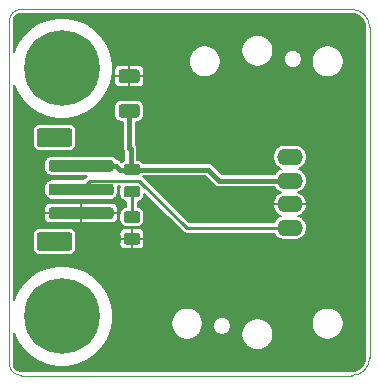
<source format=gbr>
G04 #@! TF.GenerationSoftware,KiCad,Pcbnew,5.1.10*
G04 #@! TF.CreationDate,2021-09-16T01:02:32+02:00*
G04 #@! TF.ProjectId,pressureSensorHolder,70726573-7375-4726-9553-656e736f7248,rev?*
G04 #@! TF.SameCoordinates,Original*
G04 #@! TF.FileFunction,Copper,L2,Bot*
G04 #@! TF.FilePolarity,Positive*
%FSLAX46Y46*%
G04 Gerber Fmt 4.6, Leading zero omitted, Abs format (unit mm)*
G04 Created by KiCad (PCBNEW 5.1.10) date 2021-09-16 01:02:32*
%MOMM*%
%LPD*%
G01*
G04 APERTURE LIST*
G04 #@! TA.AperFunction,Profile*
%ADD10C,0.050000*%
G04 #@! TD*
G04 #@! TA.AperFunction,ComponentPad*
%ADD11O,2.200000X1.400000*%
G04 #@! TD*
G04 #@! TA.AperFunction,ComponentPad*
%ADD12C,0.800000*%
G04 #@! TD*
G04 #@! TA.AperFunction,ComponentPad*
%ADD13C,6.400000*%
G04 #@! TD*
G04 #@! TA.AperFunction,Conductor*
%ADD14C,0.254000*%
G04 #@! TD*
G04 #@! TA.AperFunction,Conductor*
%ADD15C,0.400000*%
G04 #@! TD*
G04 #@! TA.AperFunction,Conductor*
%ADD16C,0.200000*%
G04 #@! TD*
G04 #@! TA.AperFunction,Conductor*
%ADD17C,0.100000*%
G04 #@! TD*
G04 APERTURE END LIST*
D10*
X128942200Y-99157400D02*
G75*
G02*
X127942200Y-98157400I0J1000000D01*
G01*
X127942200Y-69157400D02*
G75*
G02*
X128942200Y-68157400I1000000J0D01*
G01*
X158442200Y-97657400D02*
G75*
G02*
X156942200Y-99157400I-1500000J0D01*
G01*
X156942200Y-68157400D02*
G75*
G02*
X158442200Y-69657400I0J-1500000D01*
G01*
X158442200Y-97657400D02*
X158442200Y-69657400D01*
X128942200Y-99157400D02*
X156942200Y-99157400D01*
X127942200Y-69157400D02*
X127942200Y-98157400D01*
X156942200Y-68157400D02*
X128942200Y-68157400D01*
G04 #@! TA.AperFunction,SMDPad,CuDef*
G36*
G01*
X130514200Y-87009400D02*
X133014200Y-87009400D01*
G75*
G02*
X133264200Y-87259400I0J-250000D01*
G01*
X133264200Y-88359400D01*
G75*
G02*
X133014200Y-88609400I-250000J0D01*
G01*
X130514200Y-88609400D01*
G75*
G02*
X130264200Y-88359400I0J250000D01*
G01*
X130264200Y-87259400D01*
G75*
G02*
X130514200Y-87009400I250000J0D01*
G01*
G37*
G04 #@! TD.AperFunction*
G04 #@! TA.AperFunction,SMDPad,CuDef*
G36*
G01*
X130514200Y-78209400D02*
X133014200Y-78209400D01*
G75*
G02*
X133264200Y-78459400I0J-250000D01*
G01*
X133264200Y-79559400D01*
G75*
G02*
X133014200Y-79809400I-250000J0D01*
G01*
X130514200Y-79809400D01*
G75*
G02*
X130264200Y-79559400I0J250000D01*
G01*
X130264200Y-78459400D01*
G75*
G02*
X130514200Y-78209400I250000J0D01*
G01*
G37*
G04 #@! TD.AperFunction*
G04 #@! TA.AperFunction,SMDPad,CuDef*
G36*
G01*
X131514200Y-84909400D02*
X136514200Y-84909400D01*
G75*
G02*
X136764200Y-85159400I0J-250000D01*
G01*
X136764200Y-85659400D01*
G75*
G02*
X136514200Y-85909400I-250000J0D01*
G01*
X131514200Y-85909400D01*
G75*
G02*
X131264200Y-85659400I0J250000D01*
G01*
X131264200Y-85159400D01*
G75*
G02*
X131514200Y-84909400I250000J0D01*
G01*
G37*
G04 #@! TD.AperFunction*
G04 #@! TA.AperFunction,SMDPad,CuDef*
G36*
G01*
X131514200Y-82909400D02*
X136514200Y-82909400D01*
G75*
G02*
X136764200Y-83159400I0J-250000D01*
G01*
X136764200Y-83659400D01*
G75*
G02*
X136514200Y-83909400I-250000J0D01*
G01*
X131514200Y-83909400D01*
G75*
G02*
X131264200Y-83659400I0J250000D01*
G01*
X131264200Y-83159400D01*
G75*
G02*
X131514200Y-82909400I250000J0D01*
G01*
G37*
G04 #@! TD.AperFunction*
G04 #@! TA.AperFunction,SMDPad,CuDef*
G36*
G01*
X131514200Y-80909400D02*
X136514200Y-80909400D01*
G75*
G02*
X136764200Y-81159400I0J-250000D01*
G01*
X136764200Y-81659400D01*
G75*
G02*
X136514200Y-81909400I-250000J0D01*
G01*
X131514200Y-81909400D01*
G75*
G02*
X131264200Y-81659400I0J250000D01*
G01*
X131264200Y-81159400D01*
G75*
G02*
X131514200Y-80909400I250000J0D01*
G01*
G37*
G04 #@! TD.AperFunction*
G04 #@! TA.AperFunction,SMDPad,CuDef*
G36*
G01*
X137877198Y-87057400D02*
X138777202Y-87057400D01*
G75*
G02*
X139027200Y-87307398I0J-249998D01*
G01*
X139027200Y-87832402D01*
G75*
G02*
X138777202Y-88082400I-249998J0D01*
G01*
X137877198Y-88082400D01*
G75*
G02*
X137627200Y-87832402I0J249998D01*
G01*
X137627200Y-87307398D01*
G75*
G02*
X137877198Y-87057400I249998J0D01*
G01*
G37*
G04 #@! TD.AperFunction*
G04 #@! TA.AperFunction,SMDPad,CuDef*
G36*
G01*
X137877198Y-85232400D02*
X138777202Y-85232400D01*
G75*
G02*
X139027200Y-85482398I0J-249998D01*
G01*
X139027200Y-86007402D01*
G75*
G02*
X138777202Y-86257400I-249998J0D01*
G01*
X137877198Y-86257400D01*
G75*
G02*
X137627200Y-86007402I0J249998D01*
G01*
X137627200Y-85482398D01*
G75*
G02*
X137877198Y-85232400I249998J0D01*
G01*
G37*
G04 #@! TD.AperFunction*
G04 #@! TA.AperFunction,SMDPad,CuDef*
G36*
G01*
X138783450Y-82207400D02*
X137870950Y-82207400D01*
G75*
G02*
X137627200Y-81963650I0J243750D01*
G01*
X137627200Y-81476150D01*
G75*
G02*
X137870950Y-81232400I243750J0D01*
G01*
X138783450Y-81232400D01*
G75*
G02*
X139027200Y-81476150I0J-243750D01*
G01*
X139027200Y-81963650D01*
G75*
G02*
X138783450Y-82207400I-243750J0D01*
G01*
G37*
G04 #@! TD.AperFunction*
G04 #@! TA.AperFunction,SMDPad,CuDef*
G36*
G01*
X138783450Y-84082400D02*
X137870950Y-84082400D01*
G75*
G02*
X137627200Y-83838650I0J243750D01*
G01*
X137627200Y-83351150D01*
G75*
G02*
X137870950Y-83107400I243750J0D01*
G01*
X138783450Y-83107400D01*
G75*
G02*
X139027200Y-83351150I0J-243750D01*
G01*
X139027200Y-83838650D01*
G75*
G02*
X138783450Y-84082400I-243750J0D01*
G01*
G37*
G04 #@! TD.AperFunction*
D11*
X151692200Y-80657400D03*
X151692200Y-82657400D03*
X151692200Y-84657400D03*
X151692200Y-86657400D03*
D12*
X134099256Y-92460344D03*
X132402200Y-91757400D03*
X130705144Y-92460344D03*
X130002200Y-94157400D03*
X130705144Y-95854456D03*
X132402200Y-96557400D03*
X134099256Y-95854456D03*
X134802200Y-94157400D03*
D13*
X132402200Y-94157400D03*
D12*
X134099256Y-71460344D03*
X132402200Y-70757400D03*
X130705144Y-71460344D03*
X130002200Y-73157400D03*
X130705144Y-74854456D03*
X132402200Y-75557400D03*
X134099256Y-74854456D03*
X134802200Y-73157400D03*
D13*
X132402200Y-73157400D03*
G04 #@! TA.AperFunction,SMDPad,CuDef*
G36*
G01*
X138736201Y-74381400D02*
X137436199Y-74381400D01*
G75*
G02*
X137186200Y-74131401I0J249999D01*
G01*
X137186200Y-73481399D01*
G75*
G02*
X137436199Y-73231400I249999J0D01*
G01*
X138736201Y-73231400D01*
G75*
G02*
X138986200Y-73481399I0J-249999D01*
G01*
X138986200Y-74131401D01*
G75*
G02*
X138736201Y-74381400I-249999J0D01*
G01*
G37*
G04 #@! TD.AperFunction*
G04 #@! TA.AperFunction,SMDPad,CuDef*
G36*
G01*
X138736201Y-77331400D02*
X137436199Y-77331400D01*
G75*
G02*
X137186200Y-77081401I0J249999D01*
G01*
X137186200Y-76431399D01*
G75*
G02*
X137436199Y-76181400I249999J0D01*
G01*
X138736201Y-76181400D01*
G75*
G02*
X138986200Y-76431399I0J-249999D01*
G01*
X138986200Y-77081401D01*
G75*
G02*
X138736201Y-77331400I-249999J0D01*
G01*
G37*
G04 #@! TD.AperFunction*
D14*
X142973246Y-86657400D02*
X151692200Y-86657400D01*
X138963246Y-82647400D02*
X142973246Y-86657400D01*
X134776200Y-82647400D02*
X138963246Y-82647400D01*
X134014200Y-83409400D02*
X134776200Y-82647400D01*
D15*
X134014200Y-81409400D02*
X136975200Y-81409400D01*
X137285700Y-81719900D02*
X138327200Y-81719900D01*
X136975200Y-81409400D02*
X137285700Y-81719900D01*
X145692200Y-82657400D02*
X151692200Y-82657400D01*
X144754700Y-81719900D02*
X145692200Y-82657400D01*
X138428700Y-81719900D02*
X144754700Y-81719900D01*
X138213200Y-81504400D02*
X138428700Y-81719900D01*
X138213200Y-79980400D02*
X138213200Y-81504400D01*
X138086200Y-79853400D02*
X138213200Y-79980400D01*
X138086200Y-76678400D02*
X138086200Y-79853400D01*
D14*
X138327200Y-83594900D02*
X138327200Y-85744900D01*
D16*
X157159389Y-68560517D02*
X157368303Y-68623592D01*
X157560989Y-68726045D01*
X157730106Y-68863974D01*
X157869211Y-69032123D01*
X157973007Y-69224088D01*
X158037540Y-69432562D01*
X158062201Y-69667200D01*
X158062200Y-97638820D01*
X158039083Y-97874588D01*
X157976008Y-98083504D01*
X157873555Y-98276189D01*
X157735626Y-98445306D01*
X157567477Y-98584411D01*
X157375512Y-98688207D01*
X157167038Y-98752740D01*
X156932409Y-98777400D01*
X128960781Y-98777400D01*
X128822129Y-98763805D01*
X128706632Y-98728934D01*
X128600106Y-98672294D01*
X128506610Y-98596041D01*
X128429707Y-98503080D01*
X128372325Y-98396953D01*
X128336648Y-98281700D01*
X128322200Y-98144239D01*
X128322200Y-95543852D01*
X128591589Y-96194214D01*
X129062172Y-96898490D01*
X129661110Y-97497428D01*
X130365386Y-97968011D01*
X131147936Y-98292154D01*
X131978687Y-98457400D01*
X132825713Y-98457400D01*
X133656464Y-98292154D01*
X134439014Y-97968011D01*
X135143290Y-97497428D01*
X135742228Y-96898490D01*
X136212811Y-96194214D01*
X136536954Y-95411664D01*
X136693640Y-94623944D01*
X141637200Y-94623944D01*
X141637200Y-94890856D01*
X141689272Y-95152639D01*
X141791415Y-95399233D01*
X141939703Y-95621162D01*
X142128438Y-95809897D01*
X142350367Y-95958185D01*
X142596961Y-96060328D01*
X142858744Y-96112400D01*
X143125656Y-96112400D01*
X143387439Y-96060328D01*
X143634033Y-95958185D01*
X143855962Y-95809897D01*
X144044697Y-95621162D01*
X144192985Y-95399233D01*
X144295128Y-95152639D01*
X144347200Y-94890856D01*
X144347200Y-94883039D01*
X145187200Y-94883039D01*
X145187200Y-95031761D01*
X145216214Y-95177625D01*
X145273128Y-95315027D01*
X145355753Y-95438684D01*
X145460916Y-95543847D01*
X145584573Y-95626472D01*
X145721975Y-95683386D01*
X145867839Y-95712400D01*
X146016561Y-95712400D01*
X146162425Y-95683386D01*
X146299827Y-95626472D01*
X146423484Y-95543847D01*
X146443387Y-95523944D01*
X147587200Y-95523944D01*
X147587200Y-95790856D01*
X147639272Y-96052639D01*
X147741415Y-96299233D01*
X147889703Y-96521162D01*
X148078438Y-96709897D01*
X148300367Y-96858185D01*
X148546961Y-96960328D01*
X148808744Y-97012400D01*
X149075656Y-97012400D01*
X149337439Y-96960328D01*
X149584033Y-96858185D01*
X149805962Y-96709897D01*
X149994697Y-96521162D01*
X150142985Y-96299233D01*
X150245128Y-96052639D01*
X150297200Y-95790856D01*
X150297200Y-95523944D01*
X150245128Y-95262161D01*
X150142985Y-95015567D01*
X149994697Y-94793638D01*
X149825003Y-94623944D01*
X153537200Y-94623944D01*
X153537200Y-94890856D01*
X153589272Y-95152639D01*
X153691415Y-95399233D01*
X153839703Y-95621162D01*
X154028438Y-95809897D01*
X154250367Y-95958185D01*
X154496961Y-96060328D01*
X154758744Y-96112400D01*
X155025656Y-96112400D01*
X155287439Y-96060328D01*
X155534033Y-95958185D01*
X155755962Y-95809897D01*
X155944697Y-95621162D01*
X156092985Y-95399233D01*
X156195128Y-95152639D01*
X156247200Y-94890856D01*
X156247200Y-94623944D01*
X156195128Y-94362161D01*
X156092985Y-94115567D01*
X155944697Y-93893638D01*
X155755962Y-93704903D01*
X155534033Y-93556615D01*
X155287439Y-93454472D01*
X155025656Y-93402400D01*
X154758744Y-93402400D01*
X154496961Y-93454472D01*
X154250367Y-93556615D01*
X154028438Y-93704903D01*
X153839703Y-93893638D01*
X153691415Y-94115567D01*
X153589272Y-94362161D01*
X153537200Y-94623944D01*
X149825003Y-94623944D01*
X149805962Y-94604903D01*
X149584033Y-94456615D01*
X149337439Y-94354472D01*
X149075656Y-94302400D01*
X148808744Y-94302400D01*
X148546961Y-94354472D01*
X148300367Y-94456615D01*
X148078438Y-94604903D01*
X147889703Y-94793638D01*
X147741415Y-95015567D01*
X147639272Y-95262161D01*
X147587200Y-95523944D01*
X146443387Y-95523944D01*
X146528647Y-95438684D01*
X146611272Y-95315027D01*
X146668186Y-95177625D01*
X146697200Y-95031761D01*
X146697200Y-94883039D01*
X146668186Y-94737175D01*
X146611272Y-94599773D01*
X146528647Y-94476116D01*
X146423484Y-94370953D01*
X146299827Y-94288328D01*
X146162425Y-94231414D01*
X146016561Y-94202400D01*
X145867839Y-94202400D01*
X145721975Y-94231414D01*
X145584573Y-94288328D01*
X145460916Y-94370953D01*
X145355753Y-94476116D01*
X145273128Y-94599773D01*
X145216214Y-94737175D01*
X145187200Y-94883039D01*
X144347200Y-94883039D01*
X144347200Y-94623944D01*
X144295128Y-94362161D01*
X144192985Y-94115567D01*
X144044697Y-93893638D01*
X143855962Y-93704903D01*
X143634033Y-93556615D01*
X143387439Y-93454472D01*
X143125656Y-93402400D01*
X142858744Y-93402400D01*
X142596961Y-93454472D01*
X142350367Y-93556615D01*
X142128438Y-93704903D01*
X141939703Y-93893638D01*
X141791415Y-94115567D01*
X141689272Y-94362161D01*
X141637200Y-94623944D01*
X136693640Y-94623944D01*
X136702200Y-94580913D01*
X136702200Y-93733887D01*
X136536954Y-92903136D01*
X136212811Y-92120586D01*
X135742228Y-91416310D01*
X135143290Y-90817372D01*
X134439014Y-90346789D01*
X133656464Y-90022646D01*
X132825713Y-89857400D01*
X131978687Y-89857400D01*
X131147936Y-90022646D01*
X130365386Y-90346789D01*
X129661110Y-90817372D01*
X129062172Y-91416310D01*
X128591589Y-92120586D01*
X128322200Y-92770948D01*
X128322200Y-87259400D01*
X129907483Y-87259400D01*
X129907483Y-88359400D01*
X129919141Y-88477765D01*
X129953667Y-88591581D01*
X130009733Y-88696474D01*
X130085186Y-88788414D01*
X130177126Y-88863867D01*
X130282019Y-88919933D01*
X130395835Y-88954459D01*
X130514200Y-88966117D01*
X133014200Y-88966117D01*
X133132565Y-88954459D01*
X133246381Y-88919933D01*
X133351274Y-88863867D01*
X133443214Y-88788414D01*
X133518667Y-88696474D01*
X133574733Y-88591581D01*
X133609259Y-88477765D01*
X133620917Y-88359400D01*
X133620917Y-88082400D01*
X137270482Y-88082400D01*
X137277336Y-88151992D01*
X137297636Y-88218910D01*
X137330600Y-88280582D01*
X137374962Y-88334638D01*
X137429018Y-88379000D01*
X137490690Y-88411964D01*
X137557608Y-88432264D01*
X137627200Y-88439118D01*
X138233450Y-88437400D01*
X138322200Y-88348650D01*
X138322200Y-87574900D01*
X138332200Y-87574900D01*
X138332200Y-88348650D01*
X138420950Y-88437400D01*
X139027200Y-88439118D01*
X139096792Y-88432264D01*
X139163710Y-88411964D01*
X139225382Y-88379000D01*
X139279438Y-88334638D01*
X139323800Y-88280582D01*
X139356764Y-88218910D01*
X139377064Y-88151992D01*
X139383918Y-88082400D01*
X139382200Y-87663650D01*
X139293450Y-87574900D01*
X138332200Y-87574900D01*
X138322200Y-87574900D01*
X137360950Y-87574900D01*
X137272200Y-87663650D01*
X137270482Y-88082400D01*
X133620917Y-88082400D01*
X133620917Y-87259400D01*
X133609259Y-87141035D01*
X133583889Y-87057400D01*
X137270482Y-87057400D01*
X137272200Y-87476150D01*
X137360950Y-87564900D01*
X138322200Y-87564900D01*
X138322200Y-86791150D01*
X138332200Y-86791150D01*
X138332200Y-87564900D01*
X139293450Y-87564900D01*
X139382200Y-87476150D01*
X139383918Y-87057400D01*
X139377064Y-86987808D01*
X139356764Y-86920890D01*
X139323800Y-86859218D01*
X139279438Y-86805162D01*
X139225382Y-86760800D01*
X139163710Y-86727836D01*
X139096792Y-86707536D01*
X139027200Y-86700682D01*
X138420950Y-86702400D01*
X138332200Y-86791150D01*
X138322200Y-86791150D01*
X138233450Y-86702400D01*
X137627200Y-86700682D01*
X137557608Y-86707536D01*
X137490690Y-86727836D01*
X137429018Y-86760800D01*
X137374962Y-86805162D01*
X137330600Y-86859218D01*
X137297636Y-86920890D01*
X137277336Y-86987808D01*
X137270482Y-87057400D01*
X133583889Y-87057400D01*
X133574733Y-87027219D01*
X133518667Y-86922326D01*
X133443214Y-86830386D01*
X133351274Y-86754933D01*
X133246381Y-86698867D01*
X133132565Y-86664341D01*
X133014200Y-86652683D01*
X130514200Y-86652683D01*
X130395835Y-86664341D01*
X130282019Y-86698867D01*
X130177126Y-86754933D01*
X130085186Y-86830386D01*
X130009733Y-86922326D01*
X129953667Y-87027219D01*
X129919141Y-87141035D01*
X129907483Y-87259400D01*
X128322200Y-87259400D01*
X128322200Y-85909400D01*
X130907482Y-85909400D01*
X130914336Y-85978992D01*
X130934636Y-86045910D01*
X130967600Y-86107582D01*
X131011962Y-86161638D01*
X131066018Y-86206000D01*
X131127690Y-86238964D01*
X131194608Y-86259264D01*
X131264200Y-86266118D01*
X133920450Y-86264400D01*
X134009200Y-86175650D01*
X134009200Y-85414400D01*
X134019200Y-85414400D01*
X134019200Y-86175650D01*
X134107950Y-86264400D01*
X136764200Y-86266118D01*
X136833792Y-86259264D01*
X136900710Y-86238964D01*
X136962382Y-86206000D01*
X137016438Y-86161638D01*
X137060800Y-86107582D01*
X137093764Y-86045910D01*
X137114064Y-85978992D01*
X137120918Y-85909400D01*
X137119200Y-85503150D01*
X137030450Y-85414400D01*
X134019200Y-85414400D01*
X134009200Y-85414400D01*
X130997950Y-85414400D01*
X130909200Y-85503150D01*
X130907482Y-85909400D01*
X128322200Y-85909400D01*
X128322200Y-84909400D01*
X130907482Y-84909400D01*
X130909200Y-85315650D01*
X130997950Y-85404400D01*
X134009200Y-85404400D01*
X134009200Y-84643150D01*
X134019200Y-84643150D01*
X134019200Y-85404400D01*
X137030450Y-85404400D01*
X137119200Y-85315650D01*
X137120918Y-84909400D01*
X137114064Y-84839808D01*
X137093764Y-84772890D01*
X137060800Y-84711218D01*
X137016438Y-84657162D01*
X136962382Y-84612800D01*
X136900710Y-84579836D01*
X136833792Y-84559536D01*
X136764200Y-84552682D01*
X134107950Y-84554400D01*
X134019200Y-84643150D01*
X134009200Y-84643150D01*
X133920450Y-84554400D01*
X131264200Y-84552682D01*
X131194608Y-84559536D01*
X131127690Y-84579836D01*
X131066018Y-84612800D01*
X131011962Y-84657162D01*
X130967600Y-84711218D01*
X130934636Y-84772890D01*
X130914336Y-84839808D01*
X130907482Y-84909400D01*
X128322200Y-84909400D01*
X128322200Y-81159400D01*
X130907483Y-81159400D01*
X130907483Y-81659400D01*
X130919141Y-81777765D01*
X130953667Y-81891581D01*
X131009733Y-81996474D01*
X131085186Y-82088414D01*
X131177126Y-82163867D01*
X131282019Y-82219933D01*
X131395835Y-82254459D01*
X131514200Y-82266117D01*
X134481014Y-82266117D01*
X134452117Y-82289832D01*
X134452112Y-82289837D01*
X134433726Y-82304926D01*
X134418637Y-82323312D01*
X134189266Y-82552683D01*
X131514200Y-82552683D01*
X131395835Y-82564341D01*
X131282019Y-82598867D01*
X131177126Y-82654933D01*
X131085186Y-82730386D01*
X131009733Y-82822326D01*
X130953667Y-82927219D01*
X130919141Y-83041035D01*
X130907483Y-83159400D01*
X130907483Y-83659400D01*
X130919141Y-83777765D01*
X130953667Y-83891581D01*
X131009733Y-83996474D01*
X131085186Y-84088414D01*
X131177126Y-84163867D01*
X131282019Y-84219933D01*
X131395835Y-84254459D01*
X131514200Y-84266117D01*
X136514200Y-84266117D01*
X136632565Y-84254459D01*
X136746381Y-84219933D01*
X136851274Y-84163867D01*
X136943214Y-84088414D01*
X137018667Y-83996474D01*
X137074733Y-83891581D01*
X137109259Y-83777765D01*
X137120917Y-83659400D01*
X137120917Y-83159400D01*
X137117962Y-83129400D01*
X137313752Y-83129400D01*
X137282021Y-83234005D01*
X137270483Y-83351150D01*
X137270483Y-83838650D01*
X137282021Y-83955795D01*
X137316191Y-84068439D01*
X137371680Y-84172252D01*
X137446356Y-84263244D01*
X137537348Y-84337920D01*
X137641161Y-84393409D01*
X137753805Y-84427579D01*
X137845200Y-84436581D01*
X137845201Y-84878835D01*
X137758834Y-84887341D01*
X137645018Y-84921866D01*
X137540125Y-84977933D01*
X137448186Y-85053386D01*
X137372733Y-85145325D01*
X137316666Y-85250218D01*
X137282141Y-85364034D01*
X137270483Y-85482398D01*
X137270483Y-86007402D01*
X137282141Y-86125766D01*
X137316666Y-86239582D01*
X137372733Y-86344475D01*
X137448186Y-86436414D01*
X137540125Y-86511867D01*
X137645018Y-86567934D01*
X137758834Y-86602459D01*
X137877198Y-86614117D01*
X138777202Y-86614117D01*
X138895566Y-86602459D01*
X139009382Y-86567934D01*
X139114275Y-86511867D01*
X139206214Y-86436414D01*
X139281667Y-86344475D01*
X139337734Y-86239582D01*
X139372259Y-86125766D01*
X139383917Y-86007402D01*
X139383917Y-85482398D01*
X139372259Y-85364034D01*
X139337734Y-85250218D01*
X139281667Y-85145325D01*
X139206214Y-85053386D01*
X139114275Y-84977933D01*
X139009382Y-84921866D01*
X138895566Y-84887341D01*
X138809200Y-84878835D01*
X138809200Y-84436581D01*
X138900595Y-84427579D01*
X139013239Y-84393409D01*
X139117052Y-84337920D01*
X139208044Y-84263244D01*
X139282720Y-84172252D01*
X139338209Y-84068439D01*
X139372379Y-83955795D01*
X139383917Y-83838650D01*
X139383917Y-83749721D01*
X142615683Y-86981488D01*
X142630772Y-86999874D01*
X142649158Y-87014963D01*
X142649163Y-87014968D01*
X142704164Y-87060106D01*
X142704166Y-87060107D01*
X142787900Y-87104864D01*
X142878758Y-87132426D01*
X142949568Y-87139400D01*
X142949580Y-87139400D01*
X142973245Y-87141731D01*
X142996910Y-87139400D01*
X150353584Y-87139400D01*
X150410756Y-87246362D01*
X150542593Y-87407007D01*
X150703238Y-87538844D01*
X150886516Y-87636808D01*
X151085384Y-87697134D01*
X151240379Y-87712400D01*
X152144021Y-87712400D01*
X152299016Y-87697134D01*
X152497884Y-87636808D01*
X152681162Y-87538844D01*
X152841807Y-87407007D01*
X152973644Y-87246362D01*
X153071608Y-87063084D01*
X153131934Y-86864216D01*
X153152304Y-86657400D01*
X153131934Y-86450584D01*
X153071608Y-86251716D01*
X152973644Y-86068438D01*
X152841807Y-85907793D01*
X152681162Y-85775956D01*
X152497884Y-85677992D01*
X152421088Y-85654696D01*
X152500550Y-85630180D01*
X152682484Y-85531823D01*
X152841733Y-85399863D01*
X152972178Y-85239370D01*
X153068806Y-85056512D01*
X153127904Y-84858317D01*
X153133417Y-84827375D01*
X153058437Y-84662400D01*
X151697200Y-84662400D01*
X151697200Y-84682400D01*
X151687200Y-84682400D01*
X151687200Y-84662400D01*
X150325963Y-84662400D01*
X150250983Y-84827375D01*
X150256496Y-84858317D01*
X150315594Y-85056512D01*
X150412222Y-85239370D01*
X150542667Y-85399863D01*
X150701916Y-85531823D01*
X150883850Y-85630180D01*
X150963312Y-85654696D01*
X150886516Y-85677992D01*
X150703238Y-85775956D01*
X150542593Y-85907793D01*
X150410756Y-86068438D01*
X150353584Y-86175400D01*
X143172897Y-86175400D01*
X139320814Y-82323318D01*
X139305720Y-82304926D01*
X139287328Y-82289832D01*
X139286882Y-82289466D01*
X139294667Y-82274900D01*
X144524813Y-82274900D01*
X145280476Y-83030564D01*
X145297857Y-83051743D01*
X145382367Y-83121098D01*
X145478783Y-83172634D01*
X145583401Y-83204369D01*
X145664939Y-83212400D01*
X145664941Y-83212400D01*
X145692199Y-83215085D01*
X145719457Y-83212400D01*
X150392603Y-83212400D01*
X150410756Y-83246362D01*
X150542593Y-83407007D01*
X150703238Y-83538844D01*
X150886516Y-83636808D01*
X150963312Y-83660104D01*
X150883850Y-83684620D01*
X150701916Y-83782977D01*
X150542667Y-83914937D01*
X150412222Y-84075430D01*
X150315594Y-84258288D01*
X150256496Y-84456483D01*
X150250983Y-84487425D01*
X150325963Y-84652400D01*
X151687200Y-84652400D01*
X151687200Y-84632400D01*
X151697200Y-84632400D01*
X151697200Y-84652400D01*
X153058437Y-84652400D01*
X153133417Y-84487425D01*
X153127904Y-84456483D01*
X153068806Y-84258288D01*
X152972178Y-84075430D01*
X152841733Y-83914937D01*
X152682484Y-83782977D01*
X152500550Y-83684620D01*
X152421088Y-83660104D01*
X152497884Y-83636808D01*
X152681162Y-83538844D01*
X152841807Y-83407007D01*
X152973644Y-83246362D01*
X153071608Y-83063084D01*
X153131934Y-82864216D01*
X153152304Y-82657400D01*
X153131934Y-82450584D01*
X153071608Y-82251716D01*
X152973644Y-82068438D01*
X152841807Y-81907793D01*
X152681162Y-81775956D01*
X152497884Y-81677992D01*
X152430001Y-81657400D01*
X152497884Y-81636808D01*
X152681162Y-81538844D01*
X152841807Y-81407007D01*
X152973644Y-81246362D01*
X153071608Y-81063084D01*
X153131934Y-80864216D01*
X153152304Y-80657400D01*
X153131934Y-80450584D01*
X153071608Y-80251716D01*
X152973644Y-80068438D01*
X152841807Y-79907793D01*
X152681162Y-79775956D01*
X152497884Y-79677992D01*
X152299016Y-79617666D01*
X152144021Y-79602400D01*
X151240379Y-79602400D01*
X151085384Y-79617666D01*
X150886516Y-79677992D01*
X150703238Y-79775956D01*
X150542593Y-79907793D01*
X150410756Y-80068438D01*
X150312792Y-80251716D01*
X150252466Y-80450584D01*
X150232096Y-80657400D01*
X150252466Y-80864216D01*
X150312792Y-81063084D01*
X150410756Y-81246362D01*
X150542593Y-81407007D01*
X150703238Y-81538844D01*
X150886516Y-81636808D01*
X150954399Y-81657400D01*
X150886516Y-81677992D01*
X150703238Y-81775956D01*
X150542593Y-81907793D01*
X150410756Y-82068438D01*
X150392603Y-82102400D01*
X145922088Y-82102400D01*
X145166428Y-81346741D01*
X145149043Y-81325557D01*
X145064533Y-81256202D01*
X144968117Y-81204666D01*
X144863499Y-81172931D01*
X144781961Y-81164900D01*
X144781960Y-81164900D01*
X144754700Y-81162215D01*
X144727440Y-81164900D01*
X139294667Y-81164900D01*
X139282720Y-81142548D01*
X139208044Y-81051556D01*
X139117052Y-80976880D01*
X139013239Y-80921391D01*
X138900595Y-80887221D01*
X138783450Y-80875683D01*
X138768200Y-80875683D01*
X138768200Y-80007657D01*
X138770885Y-79980399D01*
X138768200Y-79953139D01*
X138760169Y-79871601D01*
X138728434Y-79766983D01*
X138676898Y-79670567D01*
X138641200Y-79627069D01*
X138641200Y-77688117D01*
X138736201Y-77688117D01*
X138854565Y-77676459D01*
X138968381Y-77641933D01*
X139073274Y-77585867D01*
X139165214Y-77510414D01*
X139240667Y-77418474D01*
X139296733Y-77313581D01*
X139331259Y-77199765D01*
X139342917Y-77081401D01*
X139342917Y-76431399D01*
X139331259Y-76313035D01*
X139296733Y-76199219D01*
X139240667Y-76094326D01*
X139165214Y-76002386D01*
X139073274Y-75926933D01*
X138968381Y-75870867D01*
X138854565Y-75836341D01*
X138736201Y-75824683D01*
X137436199Y-75824683D01*
X137317835Y-75836341D01*
X137204019Y-75870867D01*
X137099126Y-75926933D01*
X137007186Y-76002386D01*
X136931733Y-76094326D01*
X136875667Y-76199219D01*
X136841141Y-76313035D01*
X136829483Y-76431399D01*
X136829483Y-77081401D01*
X136841141Y-77199765D01*
X136875667Y-77313581D01*
X136931733Y-77418474D01*
X137007186Y-77510414D01*
X137099126Y-77585867D01*
X137204019Y-77641933D01*
X137317835Y-77676459D01*
X137436199Y-77688117D01*
X137531200Y-77688117D01*
X137531201Y-79826130D01*
X137528515Y-79853400D01*
X137539231Y-79962198D01*
X137570966Y-80066816D01*
X137570967Y-80066817D01*
X137622503Y-80163233D01*
X137658200Y-80206730D01*
X137658201Y-80916222D01*
X137641161Y-80921391D01*
X137537348Y-80976880D01*
X137446356Y-81051556D01*
X137426472Y-81075785D01*
X137386928Y-81036241D01*
X137369543Y-81015057D01*
X137285033Y-80945702D01*
X137188617Y-80894166D01*
X137083999Y-80862431D01*
X137037664Y-80857867D01*
X137018667Y-80822326D01*
X136943214Y-80730386D01*
X136851274Y-80654933D01*
X136746381Y-80598867D01*
X136632565Y-80564341D01*
X136514200Y-80552683D01*
X131514200Y-80552683D01*
X131395835Y-80564341D01*
X131282019Y-80598867D01*
X131177126Y-80654933D01*
X131085186Y-80730386D01*
X131009733Y-80822326D01*
X130953667Y-80927219D01*
X130919141Y-81041035D01*
X130907483Y-81159400D01*
X128322200Y-81159400D01*
X128322200Y-78459400D01*
X129907483Y-78459400D01*
X129907483Y-79559400D01*
X129919141Y-79677765D01*
X129953667Y-79791581D01*
X130009733Y-79896474D01*
X130085186Y-79988414D01*
X130177126Y-80063867D01*
X130282019Y-80119933D01*
X130395835Y-80154459D01*
X130514200Y-80166117D01*
X133014200Y-80166117D01*
X133132565Y-80154459D01*
X133246381Y-80119933D01*
X133351274Y-80063867D01*
X133443214Y-79988414D01*
X133518667Y-79896474D01*
X133574733Y-79791581D01*
X133609259Y-79677765D01*
X133620917Y-79559400D01*
X133620917Y-78459400D01*
X133609259Y-78341035D01*
X133574733Y-78227219D01*
X133518667Y-78122326D01*
X133443214Y-78030386D01*
X133351274Y-77954933D01*
X133246381Y-77898867D01*
X133132565Y-77864341D01*
X133014200Y-77852683D01*
X130514200Y-77852683D01*
X130395835Y-77864341D01*
X130282019Y-77898867D01*
X130177126Y-77954933D01*
X130085186Y-78030386D01*
X130009733Y-78122326D01*
X129953667Y-78227219D01*
X129919141Y-78341035D01*
X129907483Y-78459400D01*
X128322200Y-78459400D01*
X128322200Y-74543852D01*
X128591589Y-75194214D01*
X129062172Y-75898490D01*
X129661110Y-76497428D01*
X130365386Y-76968011D01*
X131147936Y-77292154D01*
X131978687Y-77457400D01*
X132825713Y-77457400D01*
X133656464Y-77292154D01*
X134439014Y-76968011D01*
X135143290Y-76497428D01*
X135742228Y-75898490D01*
X136212811Y-75194214D01*
X136536954Y-74411664D01*
X136542973Y-74381400D01*
X136829482Y-74381400D01*
X136836336Y-74450992D01*
X136856636Y-74517910D01*
X136889600Y-74579582D01*
X136933962Y-74633638D01*
X136988018Y-74678000D01*
X137049690Y-74710964D01*
X137116608Y-74731264D01*
X137186200Y-74738118D01*
X137992450Y-74736400D01*
X138081200Y-74647650D01*
X138081200Y-73811400D01*
X138091200Y-73811400D01*
X138091200Y-74647650D01*
X138179950Y-74736400D01*
X138986200Y-74738118D01*
X139055792Y-74731264D01*
X139122710Y-74710964D01*
X139184382Y-74678000D01*
X139238438Y-74633638D01*
X139282800Y-74579582D01*
X139315764Y-74517910D01*
X139336064Y-74450992D01*
X139342918Y-74381400D01*
X139341200Y-73900150D01*
X139252450Y-73811400D01*
X138091200Y-73811400D01*
X138081200Y-73811400D01*
X136919950Y-73811400D01*
X136831200Y-73900150D01*
X136829482Y-74381400D01*
X136542973Y-74381400D01*
X136702200Y-73580913D01*
X136702200Y-73231400D01*
X136829482Y-73231400D01*
X136831200Y-73712650D01*
X136919950Y-73801400D01*
X138081200Y-73801400D01*
X138081200Y-72965150D01*
X138091200Y-72965150D01*
X138091200Y-73801400D01*
X139252450Y-73801400D01*
X139341200Y-73712650D01*
X139342918Y-73231400D01*
X139336064Y-73161808D01*
X139315764Y-73094890D01*
X139282800Y-73033218D01*
X139238438Y-72979162D01*
X139184382Y-72934800D01*
X139122710Y-72901836D01*
X139055792Y-72881536D01*
X138986200Y-72874682D01*
X138179950Y-72876400D01*
X138091200Y-72965150D01*
X138081200Y-72965150D01*
X137992450Y-72876400D01*
X137186200Y-72874682D01*
X137116608Y-72881536D01*
X137049690Y-72901836D01*
X136988018Y-72934800D01*
X136933962Y-72979162D01*
X136889600Y-73033218D01*
X136856636Y-73094890D01*
X136836336Y-73161808D01*
X136829482Y-73231400D01*
X136702200Y-73231400D01*
X136702200Y-72733887D01*
X136640549Y-72423944D01*
X143137200Y-72423944D01*
X143137200Y-72690856D01*
X143189272Y-72952639D01*
X143291415Y-73199233D01*
X143439703Y-73421162D01*
X143628438Y-73609897D01*
X143850367Y-73758185D01*
X144096961Y-73860328D01*
X144358744Y-73912400D01*
X144625656Y-73912400D01*
X144887439Y-73860328D01*
X145134033Y-73758185D01*
X145355962Y-73609897D01*
X145544697Y-73421162D01*
X145692985Y-73199233D01*
X145795128Y-72952639D01*
X145847200Y-72690856D01*
X145847200Y-72423944D01*
X145795128Y-72162161D01*
X145692985Y-71915567D01*
X145544697Y-71693638D01*
X145375003Y-71523944D01*
X147587200Y-71523944D01*
X147587200Y-71790856D01*
X147639272Y-72052639D01*
X147741415Y-72299233D01*
X147889703Y-72521162D01*
X148078438Y-72709897D01*
X148300367Y-72858185D01*
X148546961Y-72960328D01*
X148808744Y-73012400D01*
X149075656Y-73012400D01*
X149337439Y-72960328D01*
X149584033Y-72858185D01*
X149805962Y-72709897D01*
X149994697Y-72521162D01*
X150142985Y-72299233D01*
X150149692Y-72283039D01*
X151187200Y-72283039D01*
X151187200Y-72431761D01*
X151216214Y-72577625D01*
X151273128Y-72715027D01*
X151355753Y-72838684D01*
X151460916Y-72943847D01*
X151584573Y-73026472D01*
X151721975Y-73083386D01*
X151867839Y-73112400D01*
X152016561Y-73112400D01*
X152162425Y-73083386D01*
X152299827Y-73026472D01*
X152423484Y-72943847D01*
X152528647Y-72838684D01*
X152611272Y-72715027D01*
X152668186Y-72577625D01*
X152697200Y-72431761D01*
X152697200Y-72423944D01*
X153537200Y-72423944D01*
X153537200Y-72690856D01*
X153589272Y-72952639D01*
X153691415Y-73199233D01*
X153839703Y-73421162D01*
X154028438Y-73609897D01*
X154250367Y-73758185D01*
X154496961Y-73860328D01*
X154758744Y-73912400D01*
X155025656Y-73912400D01*
X155287439Y-73860328D01*
X155534033Y-73758185D01*
X155755962Y-73609897D01*
X155944697Y-73421162D01*
X156092985Y-73199233D01*
X156195128Y-72952639D01*
X156247200Y-72690856D01*
X156247200Y-72423944D01*
X156195128Y-72162161D01*
X156092985Y-71915567D01*
X155944697Y-71693638D01*
X155755962Y-71504903D01*
X155534033Y-71356615D01*
X155287439Y-71254472D01*
X155025656Y-71202400D01*
X154758744Y-71202400D01*
X154496961Y-71254472D01*
X154250367Y-71356615D01*
X154028438Y-71504903D01*
X153839703Y-71693638D01*
X153691415Y-71915567D01*
X153589272Y-72162161D01*
X153537200Y-72423944D01*
X152697200Y-72423944D01*
X152697200Y-72283039D01*
X152668186Y-72137175D01*
X152611272Y-71999773D01*
X152528647Y-71876116D01*
X152423484Y-71770953D01*
X152299827Y-71688328D01*
X152162425Y-71631414D01*
X152016561Y-71602400D01*
X151867839Y-71602400D01*
X151721975Y-71631414D01*
X151584573Y-71688328D01*
X151460916Y-71770953D01*
X151355753Y-71876116D01*
X151273128Y-71999773D01*
X151216214Y-72137175D01*
X151187200Y-72283039D01*
X150149692Y-72283039D01*
X150245128Y-72052639D01*
X150297200Y-71790856D01*
X150297200Y-71523944D01*
X150245128Y-71262161D01*
X150142985Y-71015567D01*
X149994697Y-70793638D01*
X149805962Y-70604903D01*
X149584033Y-70456615D01*
X149337439Y-70354472D01*
X149075656Y-70302400D01*
X148808744Y-70302400D01*
X148546961Y-70354472D01*
X148300367Y-70456615D01*
X148078438Y-70604903D01*
X147889703Y-70793638D01*
X147741415Y-71015567D01*
X147639272Y-71262161D01*
X147587200Y-71523944D01*
X145375003Y-71523944D01*
X145355962Y-71504903D01*
X145134033Y-71356615D01*
X144887439Y-71254472D01*
X144625656Y-71202400D01*
X144358744Y-71202400D01*
X144096961Y-71254472D01*
X143850367Y-71356615D01*
X143628438Y-71504903D01*
X143439703Y-71693638D01*
X143291415Y-71915567D01*
X143189272Y-72162161D01*
X143137200Y-72423944D01*
X136640549Y-72423944D01*
X136536954Y-71903136D01*
X136212811Y-71120586D01*
X135742228Y-70416310D01*
X135143290Y-69817372D01*
X134439014Y-69346789D01*
X133656464Y-69022646D01*
X132825713Y-68857400D01*
X131978687Y-68857400D01*
X131147936Y-69022646D01*
X130365386Y-69346789D01*
X129661110Y-69817372D01*
X129062172Y-70416310D01*
X128591589Y-71120586D01*
X128322200Y-71770948D01*
X128322200Y-69175982D01*
X128335795Y-69037330D01*
X128370668Y-68921828D01*
X128427306Y-68815306D01*
X128503558Y-68721812D01*
X128596518Y-68644908D01*
X128702645Y-68587526D01*
X128817900Y-68551848D01*
X128955361Y-68537400D01*
X156923620Y-68537400D01*
X157159389Y-68560517D01*
G04 #@! TA.AperFunction,Conductor*
D17*
G36*
X157159389Y-68560517D02*
G01*
X157368303Y-68623592D01*
X157560989Y-68726045D01*
X157730106Y-68863974D01*
X157869211Y-69032123D01*
X157973007Y-69224088D01*
X158037540Y-69432562D01*
X158062201Y-69667200D01*
X158062200Y-97638820D01*
X158039083Y-97874588D01*
X157976008Y-98083504D01*
X157873555Y-98276189D01*
X157735626Y-98445306D01*
X157567477Y-98584411D01*
X157375512Y-98688207D01*
X157167038Y-98752740D01*
X156932409Y-98777400D01*
X128960781Y-98777400D01*
X128822129Y-98763805D01*
X128706632Y-98728934D01*
X128600106Y-98672294D01*
X128506610Y-98596041D01*
X128429707Y-98503080D01*
X128372325Y-98396953D01*
X128336648Y-98281700D01*
X128322200Y-98144239D01*
X128322200Y-95543852D01*
X128591589Y-96194214D01*
X129062172Y-96898490D01*
X129661110Y-97497428D01*
X130365386Y-97968011D01*
X131147936Y-98292154D01*
X131978687Y-98457400D01*
X132825713Y-98457400D01*
X133656464Y-98292154D01*
X134439014Y-97968011D01*
X135143290Y-97497428D01*
X135742228Y-96898490D01*
X136212811Y-96194214D01*
X136536954Y-95411664D01*
X136693640Y-94623944D01*
X141637200Y-94623944D01*
X141637200Y-94890856D01*
X141689272Y-95152639D01*
X141791415Y-95399233D01*
X141939703Y-95621162D01*
X142128438Y-95809897D01*
X142350367Y-95958185D01*
X142596961Y-96060328D01*
X142858744Y-96112400D01*
X143125656Y-96112400D01*
X143387439Y-96060328D01*
X143634033Y-95958185D01*
X143855962Y-95809897D01*
X144044697Y-95621162D01*
X144192985Y-95399233D01*
X144295128Y-95152639D01*
X144347200Y-94890856D01*
X144347200Y-94883039D01*
X145187200Y-94883039D01*
X145187200Y-95031761D01*
X145216214Y-95177625D01*
X145273128Y-95315027D01*
X145355753Y-95438684D01*
X145460916Y-95543847D01*
X145584573Y-95626472D01*
X145721975Y-95683386D01*
X145867839Y-95712400D01*
X146016561Y-95712400D01*
X146162425Y-95683386D01*
X146299827Y-95626472D01*
X146423484Y-95543847D01*
X146443387Y-95523944D01*
X147587200Y-95523944D01*
X147587200Y-95790856D01*
X147639272Y-96052639D01*
X147741415Y-96299233D01*
X147889703Y-96521162D01*
X148078438Y-96709897D01*
X148300367Y-96858185D01*
X148546961Y-96960328D01*
X148808744Y-97012400D01*
X149075656Y-97012400D01*
X149337439Y-96960328D01*
X149584033Y-96858185D01*
X149805962Y-96709897D01*
X149994697Y-96521162D01*
X150142985Y-96299233D01*
X150245128Y-96052639D01*
X150297200Y-95790856D01*
X150297200Y-95523944D01*
X150245128Y-95262161D01*
X150142985Y-95015567D01*
X149994697Y-94793638D01*
X149825003Y-94623944D01*
X153537200Y-94623944D01*
X153537200Y-94890856D01*
X153589272Y-95152639D01*
X153691415Y-95399233D01*
X153839703Y-95621162D01*
X154028438Y-95809897D01*
X154250367Y-95958185D01*
X154496961Y-96060328D01*
X154758744Y-96112400D01*
X155025656Y-96112400D01*
X155287439Y-96060328D01*
X155534033Y-95958185D01*
X155755962Y-95809897D01*
X155944697Y-95621162D01*
X156092985Y-95399233D01*
X156195128Y-95152639D01*
X156247200Y-94890856D01*
X156247200Y-94623944D01*
X156195128Y-94362161D01*
X156092985Y-94115567D01*
X155944697Y-93893638D01*
X155755962Y-93704903D01*
X155534033Y-93556615D01*
X155287439Y-93454472D01*
X155025656Y-93402400D01*
X154758744Y-93402400D01*
X154496961Y-93454472D01*
X154250367Y-93556615D01*
X154028438Y-93704903D01*
X153839703Y-93893638D01*
X153691415Y-94115567D01*
X153589272Y-94362161D01*
X153537200Y-94623944D01*
X149825003Y-94623944D01*
X149805962Y-94604903D01*
X149584033Y-94456615D01*
X149337439Y-94354472D01*
X149075656Y-94302400D01*
X148808744Y-94302400D01*
X148546961Y-94354472D01*
X148300367Y-94456615D01*
X148078438Y-94604903D01*
X147889703Y-94793638D01*
X147741415Y-95015567D01*
X147639272Y-95262161D01*
X147587200Y-95523944D01*
X146443387Y-95523944D01*
X146528647Y-95438684D01*
X146611272Y-95315027D01*
X146668186Y-95177625D01*
X146697200Y-95031761D01*
X146697200Y-94883039D01*
X146668186Y-94737175D01*
X146611272Y-94599773D01*
X146528647Y-94476116D01*
X146423484Y-94370953D01*
X146299827Y-94288328D01*
X146162425Y-94231414D01*
X146016561Y-94202400D01*
X145867839Y-94202400D01*
X145721975Y-94231414D01*
X145584573Y-94288328D01*
X145460916Y-94370953D01*
X145355753Y-94476116D01*
X145273128Y-94599773D01*
X145216214Y-94737175D01*
X145187200Y-94883039D01*
X144347200Y-94883039D01*
X144347200Y-94623944D01*
X144295128Y-94362161D01*
X144192985Y-94115567D01*
X144044697Y-93893638D01*
X143855962Y-93704903D01*
X143634033Y-93556615D01*
X143387439Y-93454472D01*
X143125656Y-93402400D01*
X142858744Y-93402400D01*
X142596961Y-93454472D01*
X142350367Y-93556615D01*
X142128438Y-93704903D01*
X141939703Y-93893638D01*
X141791415Y-94115567D01*
X141689272Y-94362161D01*
X141637200Y-94623944D01*
X136693640Y-94623944D01*
X136702200Y-94580913D01*
X136702200Y-93733887D01*
X136536954Y-92903136D01*
X136212811Y-92120586D01*
X135742228Y-91416310D01*
X135143290Y-90817372D01*
X134439014Y-90346789D01*
X133656464Y-90022646D01*
X132825713Y-89857400D01*
X131978687Y-89857400D01*
X131147936Y-90022646D01*
X130365386Y-90346789D01*
X129661110Y-90817372D01*
X129062172Y-91416310D01*
X128591589Y-92120586D01*
X128322200Y-92770948D01*
X128322200Y-87259400D01*
X129907483Y-87259400D01*
X129907483Y-88359400D01*
X129919141Y-88477765D01*
X129953667Y-88591581D01*
X130009733Y-88696474D01*
X130085186Y-88788414D01*
X130177126Y-88863867D01*
X130282019Y-88919933D01*
X130395835Y-88954459D01*
X130514200Y-88966117D01*
X133014200Y-88966117D01*
X133132565Y-88954459D01*
X133246381Y-88919933D01*
X133351274Y-88863867D01*
X133443214Y-88788414D01*
X133518667Y-88696474D01*
X133574733Y-88591581D01*
X133609259Y-88477765D01*
X133620917Y-88359400D01*
X133620917Y-88082400D01*
X137270482Y-88082400D01*
X137277336Y-88151992D01*
X137297636Y-88218910D01*
X137330600Y-88280582D01*
X137374962Y-88334638D01*
X137429018Y-88379000D01*
X137490690Y-88411964D01*
X137557608Y-88432264D01*
X137627200Y-88439118D01*
X138233450Y-88437400D01*
X138322200Y-88348650D01*
X138322200Y-87574900D01*
X138332200Y-87574900D01*
X138332200Y-88348650D01*
X138420950Y-88437400D01*
X139027200Y-88439118D01*
X139096792Y-88432264D01*
X139163710Y-88411964D01*
X139225382Y-88379000D01*
X139279438Y-88334638D01*
X139323800Y-88280582D01*
X139356764Y-88218910D01*
X139377064Y-88151992D01*
X139383918Y-88082400D01*
X139382200Y-87663650D01*
X139293450Y-87574900D01*
X138332200Y-87574900D01*
X138322200Y-87574900D01*
X137360950Y-87574900D01*
X137272200Y-87663650D01*
X137270482Y-88082400D01*
X133620917Y-88082400D01*
X133620917Y-87259400D01*
X133609259Y-87141035D01*
X133583889Y-87057400D01*
X137270482Y-87057400D01*
X137272200Y-87476150D01*
X137360950Y-87564900D01*
X138322200Y-87564900D01*
X138322200Y-86791150D01*
X138332200Y-86791150D01*
X138332200Y-87564900D01*
X139293450Y-87564900D01*
X139382200Y-87476150D01*
X139383918Y-87057400D01*
X139377064Y-86987808D01*
X139356764Y-86920890D01*
X139323800Y-86859218D01*
X139279438Y-86805162D01*
X139225382Y-86760800D01*
X139163710Y-86727836D01*
X139096792Y-86707536D01*
X139027200Y-86700682D01*
X138420950Y-86702400D01*
X138332200Y-86791150D01*
X138322200Y-86791150D01*
X138233450Y-86702400D01*
X137627200Y-86700682D01*
X137557608Y-86707536D01*
X137490690Y-86727836D01*
X137429018Y-86760800D01*
X137374962Y-86805162D01*
X137330600Y-86859218D01*
X137297636Y-86920890D01*
X137277336Y-86987808D01*
X137270482Y-87057400D01*
X133583889Y-87057400D01*
X133574733Y-87027219D01*
X133518667Y-86922326D01*
X133443214Y-86830386D01*
X133351274Y-86754933D01*
X133246381Y-86698867D01*
X133132565Y-86664341D01*
X133014200Y-86652683D01*
X130514200Y-86652683D01*
X130395835Y-86664341D01*
X130282019Y-86698867D01*
X130177126Y-86754933D01*
X130085186Y-86830386D01*
X130009733Y-86922326D01*
X129953667Y-87027219D01*
X129919141Y-87141035D01*
X129907483Y-87259400D01*
X128322200Y-87259400D01*
X128322200Y-85909400D01*
X130907482Y-85909400D01*
X130914336Y-85978992D01*
X130934636Y-86045910D01*
X130967600Y-86107582D01*
X131011962Y-86161638D01*
X131066018Y-86206000D01*
X131127690Y-86238964D01*
X131194608Y-86259264D01*
X131264200Y-86266118D01*
X133920450Y-86264400D01*
X134009200Y-86175650D01*
X134009200Y-85414400D01*
X134019200Y-85414400D01*
X134019200Y-86175650D01*
X134107950Y-86264400D01*
X136764200Y-86266118D01*
X136833792Y-86259264D01*
X136900710Y-86238964D01*
X136962382Y-86206000D01*
X137016438Y-86161638D01*
X137060800Y-86107582D01*
X137093764Y-86045910D01*
X137114064Y-85978992D01*
X137120918Y-85909400D01*
X137119200Y-85503150D01*
X137030450Y-85414400D01*
X134019200Y-85414400D01*
X134009200Y-85414400D01*
X130997950Y-85414400D01*
X130909200Y-85503150D01*
X130907482Y-85909400D01*
X128322200Y-85909400D01*
X128322200Y-84909400D01*
X130907482Y-84909400D01*
X130909200Y-85315650D01*
X130997950Y-85404400D01*
X134009200Y-85404400D01*
X134009200Y-84643150D01*
X134019200Y-84643150D01*
X134019200Y-85404400D01*
X137030450Y-85404400D01*
X137119200Y-85315650D01*
X137120918Y-84909400D01*
X137114064Y-84839808D01*
X137093764Y-84772890D01*
X137060800Y-84711218D01*
X137016438Y-84657162D01*
X136962382Y-84612800D01*
X136900710Y-84579836D01*
X136833792Y-84559536D01*
X136764200Y-84552682D01*
X134107950Y-84554400D01*
X134019200Y-84643150D01*
X134009200Y-84643150D01*
X133920450Y-84554400D01*
X131264200Y-84552682D01*
X131194608Y-84559536D01*
X131127690Y-84579836D01*
X131066018Y-84612800D01*
X131011962Y-84657162D01*
X130967600Y-84711218D01*
X130934636Y-84772890D01*
X130914336Y-84839808D01*
X130907482Y-84909400D01*
X128322200Y-84909400D01*
X128322200Y-81159400D01*
X130907483Y-81159400D01*
X130907483Y-81659400D01*
X130919141Y-81777765D01*
X130953667Y-81891581D01*
X131009733Y-81996474D01*
X131085186Y-82088414D01*
X131177126Y-82163867D01*
X131282019Y-82219933D01*
X131395835Y-82254459D01*
X131514200Y-82266117D01*
X134481014Y-82266117D01*
X134452117Y-82289832D01*
X134452112Y-82289837D01*
X134433726Y-82304926D01*
X134418637Y-82323312D01*
X134189266Y-82552683D01*
X131514200Y-82552683D01*
X131395835Y-82564341D01*
X131282019Y-82598867D01*
X131177126Y-82654933D01*
X131085186Y-82730386D01*
X131009733Y-82822326D01*
X130953667Y-82927219D01*
X130919141Y-83041035D01*
X130907483Y-83159400D01*
X130907483Y-83659400D01*
X130919141Y-83777765D01*
X130953667Y-83891581D01*
X131009733Y-83996474D01*
X131085186Y-84088414D01*
X131177126Y-84163867D01*
X131282019Y-84219933D01*
X131395835Y-84254459D01*
X131514200Y-84266117D01*
X136514200Y-84266117D01*
X136632565Y-84254459D01*
X136746381Y-84219933D01*
X136851274Y-84163867D01*
X136943214Y-84088414D01*
X137018667Y-83996474D01*
X137074733Y-83891581D01*
X137109259Y-83777765D01*
X137120917Y-83659400D01*
X137120917Y-83159400D01*
X137117962Y-83129400D01*
X137313752Y-83129400D01*
X137282021Y-83234005D01*
X137270483Y-83351150D01*
X137270483Y-83838650D01*
X137282021Y-83955795D01*
X137316191Y-84068439D01*
X137371680Y-84172252D01*
X137446356Y-84263244D01*
X137537348Y-84337920D01*
X137641161Y-84393409D01*
X137753805Y-84427579D01*
X137845200Y-84436581D01*
X137845201Y-84878835D01*
X137758834Y-84887341D01*
X137645018Y-84921866D01*
X137540125Y-84977933D01*
X137448186Y-85053386D01*
X137372733Y-85145325D01*
X137316666Y-85250218D01*
X137282141Y-85364034D01*
X137270483Y-85482398D01*
X137270483Y-86007402D01*
X137282141Y-86125766D01*
X137316666Y-86239582D01*
X137372733Y-86344475D01*
X137448186Y-86436414D01*
X137540125Y-86511867D01*
X137645018Y-86567934D01*
X137758834Y-86602459D01*
X137877198Y-86614117D01*
X138777202Y-86614117D01*
X138895566Y-86602459D01*
X139009382Y-86567934D01*
X139114275Y-86511867D01*
X139206214Y-86436414D01*
X139281667Y-86344475D01*
X139337734Y-86239582D01*
X139372259Y-86125766D01*
X139383917Y-86007402D01*
X139383917Y-85482398D01*
X139372259Y-85364034D01*
X139337734Y-85250218D01*
X139281667Y-85145325D01*
X139206214Y-85053386D01*
X139114275Y-84977933D01*
X139009382Y-84921866D01*
X138895566Y-84887341D01*
X138809200Y-84878835D01*
X138809200Y-84436581D01*
X138900595Y-84427579D01*
X139013239Y-84393409D01*
X139117052Y-84337920D01*
X139208044Y-84263244D01*
X139282720Y-84172252D01*
X139338209Y-84068439D01*
X139372379Y-83955795D01*
X139383917Y-83838650D01*
X139383917Y-83749721D01*
X142615683Y-86981488D01*
X142630772Y-86999874D01*
X142649158Y-87014963D01*
X142649163Y-87014968D01*
X142704164Y-87060106D01*
X142704166Y-87060107D01*
X142787900Y-87104864D01*
X142878758Y-87132426D01*
X142949568Y-87139400D01*
X142949580Y-87139400D01*
X142973245Y-87141731D01*
X142996910Y-87139400D01*
X150353584Y-87139400D01*
X150410756Y-87246362D01*
X150542593Y-87407007D01*
X150703238Y-87538844D01*
X150886516Y-87636808D01*
X151085384Y-87697134D01*
X151240379Y-87712400D01*
X152144021Y-87712400D01*
X152299016Y-87697134D01*
X152497884Y-87636808D01*
X152681162Y-87538844D01*
X152841807Y-87407007D01*
X152973644Y-87246362D01*
X153071608Y-87063084D01*
X153131934Y-86864216D01*
X153152304Y-86657400D01*
X153131934Y-86450584D01*
X153071608Y-86251716D01*
X152973644Y-86068438D01*
X152841807Y-85907793D01*
X152681162Y-85775956D01*
X152497884Y-85677992D01*
X152421088Y-85654696D01*
X152500550Y-85630180D01*
X152682484Y-85531823D01*
X152841733Y-85399863D01*
X152972178Y-85239370D01*
X153068806Y-85056512D01*
X153127904Y-84858317D01*
X153133417Y-84827375D01*
X153058437Y-84662400D01*
X151697200Y-84662400D01*
X151697200Y-84682400D01*
X151687200Y-84682400D01*
X151687200Y-84662400D01*
X150325963Y-84662400D01*
X150250983Y-84827375D01*
X150256496Y-84858317D01*
X150315594Y-85056512D01*
X150412222Y-85239370D01*
X150542667Y-85399863D01*
X150701916Y-85531823D01*
X150883850Y-85630180D01*
X150963312Y-85654696D01*
X150886516Y-85677992D01*
X150703238Y-85775956D01*
X150542593Y-85907793D01*
X150410756Y-86068438D01*
X150353584Y-86175400D01*
X143172897Y-86175400D01*
X139320814Y-82323318D01*
X139305720Y-82304926D01*
X139287328Y-82289832D01*
X139286882Y-82289466D01*
X139294667Y-82274900D01*
X144524813Y-82274900D01*
X145280476Y-83030564D01*
X145297857Y-83051743D01*
X145382367Y-83121098D01*
X145478783Y-83172634D01*
X145583401Y-83204369D01*
X145664939Y-83212400D01*
X145664941Y-83212400D01*
X145692199Y-83215085D01*
X145719457Y-83212400D01*
X150392603Y-83212400D01*
X150410756Y-83246362D01*
X150542593Y-83407007D01*
X150703238Y-83538844D01*
X150886516Y-83636808D01*
X150963312Y-83660104D01*
X150883850Y-83684620D01*
X150701916Y-83782977D01*
X150542667Y-83914937D01*
X150412222Y-84075430D01*
X150315594Y-84258288D01*
X150256496Y-84456483D01*
X150250983Y-84487425D01*
X150325963Y-84652400D01*
X151687200Y-84652400D01*
X151687200Y-84632400D01*
X151697200Y-84632400D01*
X151697200Y-84652400D01*
X153058437Y-84652400D01*
X153133417Y-84487425D01*
X153127904Y-84456483D01*
X153068806Y-84258288D01*
X152972178Y-84075430D01*
X152841733Y-83914937D01*
X152682484Y-83782977D01*
X152500550Y-83684620D01*
X152421088Y-83660104D01*
X152497884Y-83636808D01*
X152681162Y-83538844D01*
X152841807Y-83407007D01*
X152973644Y-83246362D01*
X153071608Y-83063084D01*
X153131934Y-82864216D01*
X153152304Y-82657400D01*
X153131934Y-82450584D01*
X153071608Y-82251716D01*
X152973644Y-82068438D01*
X152841807Y-81907793D01*
X152681162Y-81775956D01*
X152497884Y-81677992D01*
X152430001Y-81657400D01*
X152497884Y-81636808D01*
X152681162Y-81538844D01*
X152841807Y-81407007D01*
X152973644Y-81246362D01*
X153071608Y-81063084D01*
X153131934Y-80864216D01*
X153152304Y-80657400D01*
X153131934Y-80450584D01*
X153071608Y-80251716D01*
X152973644Y-80068438D01*
X152841807Y-79907793D01*
X152681162Y-79775956D01*
X152497884Y-79677992D01*
X152299016Y-79617666D01*
X152144021Y-79602400D01*
X151240379Y-79602400D01*
X151085384Y-79617666D01*
X150886516Y-79677992D01*
X150703238Y-79775956D01*
X150542593Y-79907793D01*
X150410756Y-80068438D01*
X150312792Y-80251716D01*
X150252466Y-80450584D01*
X150232096Y-80657400D01*
X150252466Y-80864216D01*
X150312792Y-81063084D01*
X150410756Y-81246362D01*
X150542593Y-81407007D01*
X150703238Y-81538844D01*
X150886516Y-81636808D01*
X150954399Y-81657400D01*
X150886516Y-81677992D01*
X150703238Y-81775956D01*
X150542593Y-81907793D01*
X150410756Y-82068438D01*
X150392603Y-82102400D01*
X145922088Y-82102400D01*
X145166428Y-81346741D01*
X145149043Y-81325557D01*
X145064533Y-81256202D01*
X144968117Y-81204666D01*
X144863499Y-81172931D01*
X144781961Y-81164900D01*
X144781960Y-81164900D01*
X144754700Y-81162215D01*
X144727440Y-81164900D01*
X139294667Y-81164900D01*
X139282720Y-81142548D01*
X139208044Y-81051556D01*
X139117052Y-80976880D01*
X139013239Y-80921391D01*
X138900595Y-80887221D01*
X138783450Y-80875683D01*
X138768200Y-80875683D01*
X138768200Y-80007657D01*
X138770885Y-79980399D01*
X138768200Y-79953139D01*
X138760169Y-79871601D01*
X138728434Y-79766983D01*
X138676898Y-79670567D01*
X138641200Y-79627069D01*
X138641200Y-77688117D01*
X138736201Y-77688117D01*
X138854565Y-77676459D01*
X138968381Y-77641933D01*
X139073274Y-77585867D01*
X139165214Y-77510414D01*
X139240667Y-77418474D01*
X139296733Y-77313581D01*
X139331259Y-77199765D01*
X139342917Y-77081401D01*
X139342917Y-76431399D01*
X139331259Y-76313035D01*
X139296733Y-76199219D01*
X139240667Y-76094326D01*
X139165214Y-76002386D01*
X139073274Y-75926933D01*
X138968381Y-75870867D01*
X138854565Y-75836341D01*
X138736201Y-75824683D01*
X137436199Y-75824683D01*
X137317835Y-75836341D01*
X137204019Y-75870867D01*
X137099126Y-75926933D01*
X137007186Y-76002386D01*
X136931733Y-76094326D01*
X136875667Y-76199219D01*
X136841141Y-76313035D01*
X136829483Y-76431399D01*
X136829483Y-77081401D01*
X136841141Y-77199765D01*
X136875667Y-77313581D01*
X136931733Y-77418474D01*
X137007186Y-77510414D01*
X137099126Y-77585867D01*
X137204019Y-77641933D01*
X137317835Y-77676459D01*
X137436199Y-77688117D01*
X137531200Y-77688117D01*
X137531201Y-79826130D01*
X137528515Y-79853400D01*
X137539231Y-79962198D01*
X137570966Y-80066816D01*
X137570967Y-80066817D01*
X137622503Y-80163233D01*
X137658200Y-80206730D01*
X137658201Y-80916222D01*
X137641161Y-80921391D01*
X137537348Y-80976880D01*
X137446356Y-81051556D01*
X137426472Y-81075785D01*
X137386928Y-81036241D01*
X137369543Y-81015057D01*
X137285033Y-80945702D01*
X137188617Y-80894166D01*
X137083999Y-80862431D01*
X137037664Y-80857867D01*
X137018667Y-80822326D01*
X136943214Y-80730386D01*
X136851274Y-80654933D01*
X136746381Y-80598867D01*
X136632565Y-80564341D01*
X136514200Y-80552683D01*
X131514200Y-80552683D01*
X131395835Y-80564341D01*
X131282019Y-80598867D01*
X131177126Y-80654933D01*
X131085186Y-80730386D01*
X131009733Y-80822326D01*
X130953667Y-80927219D01*
X130919141Y-81041035D01*
X130907483Y-81159400D01*
X128322200Y-81159400D01*
X128322200Y-78459400D01*
X129907483Y-78459400D01*
X129907483Y-79559400D01*
X129919141Y-79677765D01*
X129953667Y-79791581D01*
X130009733Y-79896474D01*
X130085186Y-79988414D01*
X130177126Y-80063867D01*
X130282019Y-80119933D01*
X130395835Y-80154459D01*
X130514200Y-80166117D01*
X133014200Y-80166117D01*
X133132565Y-80154459D01*
X133246381Y-80119933D01*
X133351274Y-80063867D01*
X133443214Y-79988414D01*
X133518667Y-79896474D01*
X133574733Y-79791581D01*
X133609259Y-79677765D01*
X133620917Y-79559400D01*
X133620917Y-78459400D01*
X133609259Y-78341035D01*
X133574733Y-78227219D01*
X133518667Y-78122326D01*
X133443214Y-78030386D01*
X133351274Y-77954933D01*
X133246381Y-77898867D01*
X133132565Y-77864341D01*
X133014200Y-77852683D01*
X130514200Y-77852683D01*
X130395835Y-77864341D01*
X130282019Y-77898867D01*
X130177126Y-77954933D01*
X130085186Y-78030386D01*
X130009733Y-78122326D01*
X129953667Y-78227219D01*
X129919141Y-78341035D01*
X129907483Y-78459400D01*
X128322200Y-78459400D01*
X128322200Y-74543852D01*
X128591589Y-75194214D01*
X129062172Y-75898490D01*
X129661110Y-76497428D01*
X130365386Y-76968011D01*
X131147936Y-77292154D01*
X131978687Y-77457400D01*
X132825713Y-77457400D01*
X133656464Y-77292154D01*
X134439014Y-76968011D01*
X135143290Y-76497428D01*
X135742228Y-75898490D01*
X136212811Y-75194214D01*
X136536954Y-74411664D01*
X136542973Y-74381400D01*
X136829482Y-74381400D01*
X136836336Y-74450992D01*
X136856636Y-74517910D01*
X136889600Y-74579582D01*
X136933962Y-74633638D01*
X136988018Y-74678000D01*
X137049690Y-74710964D01*
X137116608Y-74731264D01*
X137186200Y-74738118D01*
X137992450Y-74736400D01*
X138081200Y-74647650D01*
X138081200Y-73811400D01*
X138091200Y-73811400D01*
X138091200Y-74647650D01*
X138179950Y-74736400D01*
X138986200Y-74738118D01*
X139055792Y-74731264D01*
X139122710Y-74710964D01*
X139184382Y-74678000D01*
X139238438Y-74633638D01*
X139282800Y-74579582D01*
X139315764Y-74517910D01*
X139336064Y-74450992D01*
X139342918Y-74381400D01*
X139341200Y-73900150D01*
X139252450Y-73811400D01*
X138091200Y-73811400D01*
X138081200Y-73811400D01*
X136919950Y-73811400D01*
X136831200Y-73900150D01*
X136829482Y-74381400D01*
X136542973Y-74381400D01*
X136702200Y-73580913D01*
X136702200Y-73231400D01*
X136829482Y-73231400D01*
X136831200Y-73712650D01*
X136919950Y-73801400D01*
X138081200Y-73801400D01*
X138081200Y-72965150D01*
X138091200Y-72965150D01*
X138091200Y-73801400D01*
X139252450Y-73801400D01*
X139341200Y-73712650D01*
X139342918Y-73231400D01*
X139336064Y-73161808D01*
X139315764Y-73094890D01*
X139282800Y-73033218D01*
X139238438Y-72979162D01*
X139184382Y-72934800D01*
X139122710Y-72901836D01*
X139055792Y-72881536D01*
X138986200Y-72874682D01*
X138179950Y-72876400D01*
X138091200Y-72965150D01*
X138081200Y-72965150D01*
X137992450Y-72876400D01*
X137186200Y-72874682D01*
X137116608Y-72881536D01*
X137049690Y-72901836D01*
X136988018Y-72934800D01*
X136933962Y-72979162D01*
X136889600Y-73033218D01*
X136856636Y-73094890D01*
X136836336Y-73161808D01*
X136829482Y-73231400D01*
X136702200Y-73231400D01*
X136702200Y-72733887D01*
X136640549Y-72423944D01*
X143137200Y-72423944D01*
X143137200Y-72690856D01*
X143189272Y-72952639D01*
X143291415Y-73199233D01*
X143439703Y-73421162D01*
X143628438Y-73609897D01*
X143850367Y-73758185D01*
X144096961Y-73860328D01*
X144358744Y-73912400D01*
X144625656Y-73912400D01*
X144887439Y-73860328D01*
X145134033Y-73758185D01*
X145355962Y-73609897D01*
X145544697Y-73421162D01*
X145692985Y-73199233D01*
X145795128Y-72952639D01*
X145847200Y-72690856D01*
X145847200Y-72423944D01*
X145795128Y-72162161D01*
X145692985Y-71915567D01*
X145544697Y-71693638D01*
X145375003Y-71523944D01*
X147587200Y-71523944D01*
X147587200Y-71790856D01*
X147639272Y-72052639D01*
X147741415Y-72299233D01*
X147889703Y-72521162D01*
X148078438Y-72709897D01*
X148300367Y-72858185D01*
X148546961Y-72960328D01*
X148808744Y-73012400D01*
X149075656Y-73012400D01*
X149337439Y-72960328D01*
X149584033Y-72858185D01*
X149805962Y-72709897D01*
X149994697Y-72521162D01*
X150142985Y-72299233D01*
X150149692Y-72283039D01*
X151187200Y-72283039D01*
X151187200Y-72431761D01*
X151216214Y-72577625D01*
X151273128Y-72715027D01*
X151355753Y-72838684D01*
X151460916Y-72943847D01*
X151584573Y-73026472D01*
X151721975Y-73083386D01*
X151867839Y-73112400D01*
X152016561Y-73112400D01*
X152162425Y-73083386D01*
X152299827Y-73026472D01*
X152423484Y-72943847D01*
X152528647Y-72838684D01*
X152611272Y-72715027D01*
X152668186Y-72577625D01*
X152697200Y-72431761D01*
X152697200Y-72423944D01*
X153537200Y-72423944D01*
X153537200Y-72690856D01*
X153589272Y-72952639D01*
X153691415Y-73199233D01*
X153839703Y-73421162D01*
X154028438Y-73609897D01*
X154250367Y-73758185D01*
X154496961Y-73860328D01*
X154758744Y-73912400D01*
X155025656Y-73912400D01*
X155287439Y-73860328D01*
X155534033Y-73758185D01*
X155755962Y-73609897D01*
X155944697Y-73421162D01*
X156092985Y-73199233D01*
X156195128Y-72952639D01*
X156247200Y-72690856D01*
X156247200Y-72423944D01*
X156195128Y-72162161D01*
X156092985Y-71915567D01*
X155944697Y-71693638D01*
X155755962Y-71504903D01*
X155534033Y-71356615D01*
X155287439Y-71254472D01*
X155025656Y-71202400D01*
X154758744Y-71202400D01*
X154496961Y-71254472D01*
X154250367Y-71356615D01*
X154028438Y-71504903D01*
X153839703Y-71693638D01*
X153691415Y-71915567D01*
X153589272Y-72162161D01*
X153537200Y-72423944D01*
X152697200Y-72423944D01*
X152697200Y-72283039D01*
X152668186Y-72137175D01*
X152611272Y-71999773D01*
X152528647Y-71876116D01*
X152423484Y-71770953D01*
X152299827Y-71688328D01*
X152162425Y-71631414D01*
X152016561Y-71602400D01*
X151867839Y-71602400D01*
X151721975Y-71631414D01*
X151584573Y-71688328D01*
X151460916Y-71770953D01*
X151355753Y-71876116D01*
X151273128Y-71999773D01*
X151216214Y-72137175D01*
X151187200Y-72283039D01*
X150149692Y-72283039D01*
X150245128Y-72052639D01*
X150297200Y-71790856D01*
X150297200Y-71523944D01*
X150245128Y-71262161D01*
X150142985Y-71015567D01*
X149994697Y-70793638D01*
X149805962Y-70604903D01*
X149584033Y-70456615D01*
X149337439Y-70354472D01*
X149075656Y-70302400D01*
X148808744Y-70302400D01*
X148546961Y-70354472D01*
X148300367Y-70456615D01*
X148078438Y-70604903D01*
X147889703Y-70793638D01*
X147741415Y-71015567D01*
X147639272Y-71262161D01*
X147587200Y-71523944D01*
X145375003Y-71523944D01*
X145355962Y-71504903D01*
X145134033Y-71356615D01*
X144887439Y-71254472D01*
X144625656Y-71202400D01*
X144358744Y-71202400D01*
X144096961Y-71254472D01*
X143850367Y-71356615D01*
X143628438Y-71504903D01*
X143439703Y-71693638D01*
X143291415Y-71915567D01*
X143189272Y-72162161D01*
X143137200Y-72423944D01*
X136640549Y-72423944D01*
X136536954Y-71903136D01*
X136212811Y-71120586D01*
X135742228Y-70416310D01*
X135143290Y-69817372D01*
X134439014Y-69346789D01*
X133656464Y-69022646D01*
X132825713Y-68857400D01*
X131978687Y-68857400D01*
X131147936Y-69022646D01*
X130365386Y-69346789D01*
X129661110Y-69817372D01*
X129062172Y-70416310D01*
X128591589Y-71120586D01*
X128322200Y-71770948D01*
X128322200Y-69175982D01*
X128335795Y-69037330D01*
X128370668Y-68921828D01*
X128427306Y-68815306D01*
X128503558Y-68721812D01*
X128596518Y-68644908D01*
X128702645Y-68587526D01*
X128817900Y-68551848D01*
X128955361Y-68537400D01*
X156923620Y-68537400D01*
X157159389Y-68560517D01*
G37*
G04 #@! TD.AperFunction*
M02*

</source>
